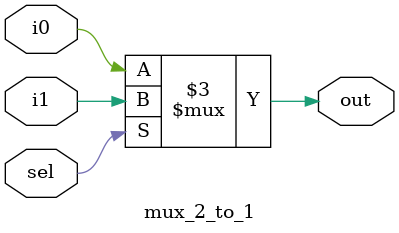
<source format=v>
`timescale 1ns / 1ps


module mux_2_to_1(input i0,input i1,input sel, output reg out);
always @(*)begin 
if(sel)
out=i1;
else
out=i0;
end
endmodule

</source>
